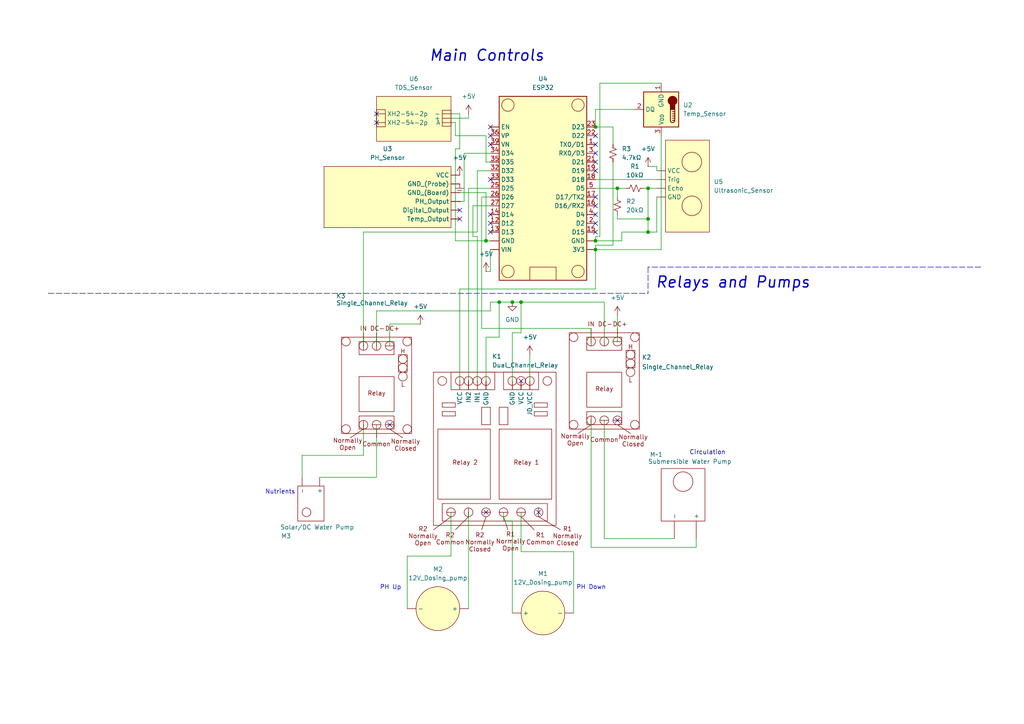
<source format=kicad_sch>
(kicad_sch (version 20250114) (generator "eeschema") (generator_version "9.0")
  (paper "A4")
  (title_block (title "Automated Hydroponics System") (date "2025-12-01") (rev "1"))
  (lib_symbols
    (symbol "12V_Dosing_Pump_1"
      (property "Reference" "M" (at -7.366 10.16 0))
      (property "Value" "12V_Dosing_pump" (at 0.254 8.128 0))
      (symbol "12V_Dosing_Pump_1_0_1"
        (circle (center 0 0) (radius 6.35) (fill (type color) (color 255 255 194 1)))
      )
      (symbol "12V_Dosing_Pump_1_1_1"
        (pin passive line (at -8.89 0 0) (length 2.54) (name "-") (number ""))
        (pin power_in line (at 8.89 0 180) (length 2.54) (name "+") (number ""))
      )
    )
    (symbol "Created_Imported:12V_Dosing_Pump"
      (property "Reference" "M" (at -7.366 10.16 0))
      (property "Value" "12V_Dosing_pump" (at 0.254 8.128 0))
      (symbol "12V_Dosing_Pump_0_1"
        (circle (center 0 0) (radius 6.35) (fill (type color) (color 255 255 194 1)))
      )
      (symbol "12V_Dosing_Pump_1_1"
        (pin passive line (at -8.89 0 0) (length 2.54) (name "-") (number ""))
        (pin power_in line (at 8.89 0 180) (length 2.54) (name "+") (number ""))
      )
    )
    (symbol "Created_Imported:Dual_Channel_Relay"
      (property "Reference" "K" (at 19.812 8.128 0))
      (property "Value" "Dual_Channel_Relay" (at 28.702 5.842 0))
      (symbol "Dual_Channel_Relay_0_1"
        (rectangle (start -17.78 11.43) (end 17.78 -33.02))
        (rectangle (start -16.51 -5.08) (end -1.27 -25.4))
        (circle (center -15.24 8.89) (radius 1.27))
        (rectangle (start -15.24 0) (end -11.43 -1.27))
        (rectangle (start -15.24 -26.67) (end 15.24 -31.75))
        (polyline (pts (xy -13.97 -29.21) (xy -11.43 -29.21)))
        (rectangle (start -12.7 11.43) (end 0 6.35))
        (circle (center -12.7 -29.21) (radius 1.27))
        (polyline (pts (xy -12.7 -30.48) (xy -17.78 -34.29)))
        (rectangle (start -11.43 2.54) (end -15.24 1.27))
        (circle (center -10.16 8.89) (radius 1.27))
        (circle (center -7.62 8.89) (radius 1.27))
        (circle (center -7.62 -29.21) (radius 1.27))
        (polyline (pts (xy -7.62 -30.48) (xy -11.43 -34.29)))
        (polyline (pts (xy -7.62 -30.48) (xy -7.62 -27.94)))
        (polyline (pts (xy -7.62 -30.48) (xy -7.62 -30.48)))
        (circle (center -5.08 8.89) (radius 1.27))
        (rectangle (start -3.81 1.27) (end -1.27 -3.81))
        (polyline (pts (xy -3.81 -29.21) (xy -1.27 -29.21)))
        (circle (center -2.54 8.89) (radius 1.27))
        (circle (center -2.54 -29.21) (radius 1.27))
        (polyline (pts (xy -2.54 -30.48) (xy -3.81 -34.29)))
        (rectangle (start 1.27 1.27) (end 3.81 -3.81))
        (rectangle (start 1.27 -5.08) (end 16.51 -25.4))
        (rectangle (start 1.27 -11.43) (end 1.27 -11.43))
        (polyline (pts (xy 1.27 -29.21) (xy 3.81 -29.21)))
        (rectangle (start 2.54 11.43) (end 12.7 6.35))
        (circle (center 2.54 -29.21) (radius 1.27))
        (polyline (pts (xy 2.54 -30.48) (xy 3.81 -34.29)))
        (circle (center 5.08 8.89) (radius 1.27))
        (polyline (pts (xy 6.35 -29.21) (xy 8.89 -29.21)))
        (circle (center 7.62 8.89) (radius 1.27))
        (circle (center 7.62 -29.21) (radius 1.27))
        (polyline (pts (xy 7.62 -30.48) (xy 11.43 -34.29)))
        (circle (center 10.16 8.89) (radius 1.27))
        (rectangle (start 11.43 2.54) (end 15.24 1.27))
        (rectangle (start 11.43 0) (end 15.24 -1.27))
        (circle (center 12.7 -29.21) (radius 1.27))
        (polyline (pts (xy 12.7 -30.48) (xy 12.7 -27.94)))
        (polyline (pts (xy 12.7 -30.48) (xy 19.05 -34.29)))
        (circle (center 15.24 8.89) (radius 1.27))
      )
      (symbol "Dual_Channel_Relay_1_1"
        (text "R2\nNormally\nOpen" (at -20.828 -36.068 0) (effects (font (size 1.27 1.27))))
        (text "R2\nCommon" (at -12.954 -36.83 0) (effects (font (size 1.27 1.27))))
        (text "Relay 2" (at -8.636 -14.732 0) (effects (font (size 1.27 1.27))))
        (text "R2\nNormally\nClosed" (at -4.318 -37.846 0) (effects (font (size 1.27 1.27))))
        (text "R1\nNormally\nOpen" (at 4.572 -37.592 0) (effects (font (size 1.27 1.27))))
        (text "Relay 1" (at 9.144 -14.732 0) (effects (font (size 1.27 1.27))))
        (text "R1\nCommon" (at 13.208 -36.83 0) (effects (font (size 1.27 1.27))))
        (text "R1\nNormally\nClosed" (at 21.082 -36.068 0) (effects (font (size 1.27 1.27))))
        (pin passive line (at -12.7 -29.21 270) (length 0) (name "") (number ""))
        (pin power_in line (at -10.16 8.89 270) (length 2.54) (name "VCC") (number ""))
        (pin input line (at -7.62 8.89 270) (length 2.54) (name "IN2") (number ""))
        (pin passive line (at -7.62 -29.21 270) (length 0) (name "") (number ""))
        (pin input line (at -5.08 8.89 270) (length 2.54) (name "IN1") (number ""))
        (pin passive line (at -2.54 8.89 270) (length 2.54) (name "GND") (number ""))
        (pin passive line (at -2.54 -29.21 270) (length 0) (name "") (number ""))
        (pin passive line (at 2.54 -29.21 270) (length 0) (name "") (number ""))
        (pin passive line (at 5.08 8.89 270) (length 2.54) (name "GND") (number ""))
        (pin power_in line (at 7.62 8.89 270) (length 2.54) (name "VCC") (number ""))
        (pin passive line (at 7.62 -29.21 270) (length 0) (name "") (number ""))
        (pin power_in line (at 10.16 8.89 270) (length 2.54) (name "JD_VCC") (number ""))
        (pin passive line (at 12.7 -29.21 270) (length 0) (name "") (number ""))
      )
    )
    (symbol "Created_Imported:ESP-Wroom-32"
      (property "Reference" "U" (at 18.542 15.494 0))
      (property "Value" "ESP32" (at 16.256 17.272 0))
      (symbol "ESP-Wroom-32_0_1"
        (rectangle (start -12.7 17.78) (end 12.7 -35.56) (stroke (width 0.254)) (fill (type background)))
        (circle (center -10.16 15.24) (radius 1.7961))
        (circle (center -10.16 -33.02) (radius 1.7961))
        (rectangle (start -3.81 -31.75) (end 3.81 -35.56))
        (circle (center 10.16 15.24) (radius 1.7961))
        (circle (center 10.16 -33.02) (radius 1.7961))
      )
      (symbol "ESP-Wroom-32_1_1"
        (pin input line (at -15.24 8.89 0) (length 2.54) (name "EN") (number ""))
        (pin input line (at -15.24 6.35 0) (length 2.54) (name "VP") (number "36"))
        (pin input line (at -15.24 3.81 0) (length 2.54) (name "VN") (number "39"))
        (pin input line (at -15.24 1.27 0) (length 2.54) (name "D34") (number "34"))
        (pin input line (at -15.24 -1.27 0) (length 2.54) (name "D35") (number "35"))
        (pin bidirectional line (at -15.24 -3.81 0) (length 2.54) (name "D32") (number "32"))
        (pin bidirectional line (at -15.24 -6.35 0) (length 2.54) (name "D33") (number "33"))
        (pin bidirectional line (at -15.24 -8.89 0) (length 2.54) (name "D25") (number "25"))
        (pin bidirectional line (at -15.24 -11.43 0) (length 2.54) (name "D26") (number "26"))
        (pin bidirectional line (at -15.24 -13.97 0) (length 2.54) (name "D27") (number "27"))
        (pin bidirectional line (at -15.24 -16.51 0) (length 2.54) (name "D14") (number "14"))
        (pin bidirectional line (at -15.24 -19.05 0) (length 2.54) (name "D12") (number "12"))
        (pin bidirectional line (at -15.24 -21.59 0) (length 2.54) (name "D13") (number "13"))
        (pin passive line (at -15.24 -24.13 0) (length 2.54) (name "GND") (number ""))
        (pin power_in line (at -15.24 -26.67 0) (length 2.54) (name "VIN") (number ""))
        (pin bidirectional line (at 15.24 8.89 180) (length 2.54) (name "D23") (number "23"))
        (pin bidirectional line (at 15.24 6.35 180) (length 2.54) (name "D22") (number "22"))
        (pin output line (at 15.24 3.81 180) (length 2.54) (name "TX0/D1") (number "1"))
        (pin input line (at 15.24 1.27 180) (length 2.54) (name "RX0/D3") (number "3"))
        (pin bidirectional line (at 15.24 -1.27 180) (length 2.54) (name "D21") (number "21"))
        (pin bidirectional line (at 15.24 -3.81 180) (length 2.54) (name "D19") (number "19"))
        (pin bidirectional line (at 15.24 -6.35 180) (length 2.54) (name "D18") (number "18"))
        (pin bidirectional line (at 15.24 -8.89 180) (length 2.54) (name "D5") (number "5"))
        (pin bidirectional line (at 15.24 -11.43 180) (length 2.54) (name "D17/TX2") (number "17"))
        (pin bidirectional line (at 15.24 -13.97 180) (length 2.54) (name "D16/RX2") (number "16"))
        (pin bidirectional line (at 15.24 -16.51 180) (length 2.54) (name "D4") (number "4"))
        (pin bidirectional line (at 15.24 -19.05 180) (length 2.54) (name "D2") (number "2"))
        (pin bidirectional line (at 15.24 -21.59 180) (length 2.54) (name "D15") (number "15"))
        (pin passive line (at 15.24 -24.13 180) (length 2.54) (name "GND") (number ""))
        (pin power_out line (at 15.24 -26.67 180) (length 2.54) (name "3V3") (number ""))
      )
    )
    (symbol "Created_Imported:PH_Sensor"
      (property "Reference" "U" (at 17.78 12.7 0))
      (property "Value" "PH_Sensor" (at 14.224 10.16 0))
      (symbol "PH_Sensor_0_1"
        (rectangle (start -17.78 8.89) (end 19.05 -8.89) (fill (type color) (color 255 255 194 1)))
      )
      (symbol "PH_Sensor_1_1"
        (pin output line (at -20.32 6.35 0) (length 2.54) (name "Temp_Output") (number ""))
        (pin output line (at -20.32 3.81 0) (length 2.54) (name "Digital_Output") (number ""))
        (pin output line (at -20.32 1.27 0) (length 2.54) (name "PH_Output") (number ""))
        (pin passive line (at -20.32 -1.27 0) (length 2.54) (name "GND_(Board)") (number ""))
        (pin passive line (at -20.32 -3.81 0) (length 2.54) (name "GND_(Probe)") (number ""))
        (pin power_in line (at -20.32 -6.35 0) (length 2.54) (name "VCC") (number ""))
      )
    )
    (symbol "Created_Imported:Single_Channel_Relay"
      (property "Reference" "K" (at 20.066 17.272 0))
      (property "Value" "Single_Channel_Relay" (at 15.748 19.558 0))
      (symbol "Single_Channel_Relay_0_1"
        (rectangle (start -10.16 8.89) (end 10.16 -19.05))
        (circle (center -8.89 7.62) (radius 1.27))
        (circle (center -8.89 -17.78) (radius 1.27))
        (rectangle (start -5.08 7.62) (end 5.08 3.81))
        (rectangle (start -5.08 -2.54) (end 5.08 -12.7))
        (rectangle (start -5.08 -13.97) (end 5.08 -17.78))
        (polyline (pts (xy -3.81 7.62) (xy -3.81 10.16)))
        (polyline (pts (xy -3.81 7.62) (xy -3.81 5.08)))
        (circle (center -3.81 6.35) (radius 1.27))
        (polyline (pts (xy -3.81 -15.24) (xy -3.81 -17.78)))
        (circle (center -3.81 -16.51) (radius 1.27))
        (polyline (pts (xy -3.81 -17.78) (xy -7.62 -20.32)))
        (polyline (pts (xy -1.27 -16.51) (xy 1.27 -16.51)))
        (polyline (pts (xy 0 7.62) (xy 0 10.16)))
        (polyline (pts (xy 0 7.62) (xy 0 5.08)))
        (circle (center 0 6.35) (radius 1.27))
        (circle (center 0 -16.51) (radius 1.27))
        (polyline (pts (xy 0 -17.78) (xy 0 -20.32)))
        (polyline (pts (xy 2.54 6.35) (xy 5.08 6.35)))
        (polyline (pts (xy 2.54 -16.51) (xy 5.08 -16.51)))
        (polyline (pts (xy 3.81 7.62) (xy 3.81 10.16)))
        (circle (center 3.81 6.35) (radius 1.27))
        (circle (center 3.81 -16.51) (radius 1.27))
        (polyline (pts (xy 3.81 -17.78) (xy 7.62 -20.32)))
        (rectangle (start 6.35 3.81) (end 8.89 -1.27))
        (circle (center 7.62 2.54) (radius 1.27))
        (circle (center 7.62 0) (radius 1.27))
        (circle (center 7.62 -2.54) (radius 1.27))
        (circle (center 8.89 7.62) (radius 1.27))
        (circle (center 8.89 -17.78) (radius 1.27))
      )
      (symbol "Single_Channel_Relay_1_1"
        (text "Normally\nOpen" (at -8.382 -22.098 0) (effects (font (size 1.27 1.27))))
        (text "IN" (at -3.81 11.43 0) (effects (font (size 1.27 1.27))))
        (text "Relay" (at 0 -7.366 0) (effects (font (size 1.27 1.27))))
        (text "Common" (at 0 -22.098 0) (effects (font (size 1.27 1.27))))
        (text "DC-" (at 0.254 11.43 0) (effects (font (size 1.27 1.27))))
        (text "DC+" (at 4.572 11.43 0) (effects (font (size 1.27 1.27))))
        (text "H" (at 7.62 4.826 0) (effects (font (size 1.27 1.27))))
        (text "L" (at 7.62 -4.826 0) (effects (font (size 1.27 1.27))))
        (text "Normally\nClosed" (at 8.382 -22.352 0) (effects (font (size 1.27 1.27))))
        (pin passive line (at -3.81 6.35 90) (length 0) (name "") (number ""))
        (pin passive line (at -3.81 -16.51 270) (length 0) (name "") (number ""))
        (pin passive line (at 0 6.35 90) (length 0) (name "") (number ""))
        (pin passive line (at 0 -16.51 270) (length 0) (name "") (number ""))
        (pin passive line (at 3.81 6.35 90) (length 0) (name "") (number ""))
        (pin passive line (at 3.81 -16.51 270) (length 0) (name "") (number ""))
      )
    )
    (symbol "Created_Imported:Solar/DC_pump"
      (property "Reference" "M" (at 5.334 4.826 0))
      (property "Value" "Solar/DC Water Pump" (at 14.986 2.794 0))
      (symbol "Solar/DC_pump_0_1"
        (rectangle (start -3.81 3.81) (end 3.81 -6.35))
        (circle (center -1.27 -3.81) (radius 1.27))
      )
      (symbol "Solar/DC_pump_1_1"
        (pin passive line (at -2.54 6.35 270) (length 2.54) (name "-") (number ""))
        (pin power_in line (at 2.54 6.35 270) (length 2.54) (name "+") (number ""))
      )
    )
    (symbol "Created_Imported:Submersible_pump"
      (property "Reference" "M~" (at 12.446 8.382 0))
      (property "Value" "Submersible Water Pump" (at 2.286 10.668 0))
      (symbol "Submersible_pump_0_1"
        (rectangle (start -6.35 6.35) (end 6.35 -8.89))
        (circle (center 0 2.54) (radius 2.8398))
      )
      (symbol "Submersible_pump_1_1"
        (pin passive line (at -2.54 -13.97 90) (length 5.08) (name "-") (number ""))
        (pin power_in line (at 3.81 -13.97 90) (length 5.08) (name "+") (number ""))
      )
    )
    (symbol "Created_Imported:TDS_Sensor"
      (property "Reference" "U" (at 10.16 7.874 0))
      (property "Value" "TDS_Sensor" (at 0.254 4.318 0))
      (symbol "TDS_Sensor_1_0"
        (pin output line (at -10.16 1.27 0) (length 2.54) (name "A") (number ""))
        (pin power_out line (at -10.16 -1.27 0) (length 2.54) (name "-") (number ""))
        (pin input line (at 11.43 1.27 180) (length 2.54) (name "XH2-54-2p") (number ""))
        (pin input line (at 11.43 -1.27 180) (length 2.54) (name "XH2-54-2p") (number ""))
      )
      (symbol "TDS_Sensor_1_1"
        (rectangle (start -10.16 6.6675) (end 11.43 -6.35) (fill (type color) (color 255 255 194 1)))
        (rectangle (start -10.16 2.3177) (end -7.62 -2.3178))
        (rectangle (start 8.89 2.4844) (end 11.43 -2.4844))
        (pin power_in line (at -10.16 0 0) (length 2.54) (name "+") (number ""))
      )
    )
    (symbol "Created_Imported:Ultrasonic_Sensor"
      (property "Reference" "U" (at 5.334 9.652 0))
      (property "Value" "Ultrasonic_Sensor" (at 9.144 7.62 0))
      (symbol "Ultrasonic_Sensor_0_1"
        (rectangle (start -12.7 6.35) (end 13.97 -6.35) (fill (type color) (color 255 255 194 1)))
        (circle (center -6.35 1.27) (radius 2.8398))
        (circle (center 6.35 1.27) (radius 2.8398))
      )
      (symbol "Ultrasonic_Sensor_1_1"
        (pin power_in line (at -3.81 -8.89 90) (length 2.54) (name "VCC") (number ""))
        (pin input line (at -1.27 -8.89 90) (length 2.54) (name "Trig") (number ""))
        (pin output line (at 1.27 -8.89 90) (length 2.54) (name "Echo") (number ""))
        (pin passive line (at 3.81 -8.89 90) (length 2.54) (name "GND") (number ""))
      )
    )
    (symbol "Device:R_Small_US" (pin_numbers (hide yes)) (pin_names (offset 0.254) (hide yes))
      (property "Reference" "R" (at 0.762 0.508 0))
      (property "Value" "R_Small_US" (at 0.762 -1.016 0))
      (symbol "R_Small_US_1_1"
        (polyline (pts (xy 0 1.524) (xy 1.016 1.143) (xy 0 0.762) (xy -1.016 0.381) (xy 0 0)))
        (polyline (pts (xy 0 0) (xy 1.016 -0.381) (xy 0 -0.762) (xy -1.016 -1.143) (xy 0 -1.524)))
        (pin passive line (at 0 2.54 270) (length 1.016) (name "~") (number "1"))
        (pin passive line (at 0 -2.54 90) (length 1.016) (name "~") (number "2"))
      )
    )
    (symbol "Sensor_Temperature:DS18B20"
      (property "Reference" "U" (at -3.81 6.35 0))
      (property "Value" "DS18B20" (at 6.35 6.35 0))
      (symbol "DS18B20_0_1"
        (rectangle (start -5.08 5.08) (end 5.08 -5.08) (stroke (width 0.254)) (fill (type background)))
        (polyline (pts (xy -3.937 3.175) (xy -3.937 0)) (stroke (width 0.254)))
        (polyline (pts (xy -3.937 3.175) (xy -3.302 3.175)) (stroke (width 0.254)))
        (polyline (pts (xy -3.937 2.54) (xy -3.302 2.54)) (stroke (width 0.254)))
        (polyline (pts (xy -3.937 1.905) (xy -3.302 1.905)) (stroke (width 0.254)))
        (polyline (pts (xy -3.937 1.27) (xy -3.302 1.27)) (stroke (width 0.254)))
        (polyline (pts (xy -3.937 0.635) (xy -3.302 0.635)) (stroke (width 0.254)))
        (arc (start -3.937 3.175) (mid -3.302 3.8073) (end -2.667 3.175) (stroke (width 0.254)))
        (circle (center -3.302 -2.54) (radius 1.27) (stroke (width 0.254)) (fill (type outline)))
        (polyline (pts (xy -2.667 3.175) (xy -2.667 0)) (stroke (width 0.254)))
        (rectangle (start -2.667 -1.905) (end -3.937 0) (stroke (width 0.254)) (fill (type outline)))
      )
      (symbol "DS18B20_1_1"
        (pin power_in line (at 0 7.62 270) (length 2.54) (name "V_{DD}") (number "3"))
        (pin power_in line (at 0 -7.62 90) (length 2.54) (name "GND") (number "1"))
        (pin bidirectional line (at 7.62 0 180) (length 2.54) (name "DQ") (number "2"))
      )
    )
    (symbol "Single_Channel_Relay_1"
      (property "Reference" "K" (at 20.066 17.272 0))
      (property "Value" "Single_Channel_Relay" (at 15.748 19.558 0))
      (symbol "Single_Channel_Relay_1_0_1"
        (rectangle (start -10.16 8.89) (end 10.16 -19.05))
        (circle (center -8.89 7.62) (radius 1.27))
        (circle (center -8.89 -17.78) (radius 1.27))
        (rectangle (start -5.08 7.62) (end 5.08 3.81))
        (rectangle (start -5.08 -2.54) (end 5.08 -12.7))
        (rectangle (start -5.08 -13.97) (end 5.08 -17.78))
        (polyline (pts (xy -3.81 7.62) (xy -3.81 10.16)))
        (polyline (pts (xy -3.81 7.62) (xy -3.81 5.08)))
        (circle (center -3.81 6.35) (radius 1.27))
        (polyline (pts (xy -3.81 -15.24) (xy -3.81 -17.78)))
        (circle (center -3.81 -16.51) (radius 1.27))
        (polyline (pts (xy -3.81 -17.78) (xy -7.62 -20.32)))
        (polyline (pts (xy -1.27 -16.51) (xy 1.27 -16.51)))
        (polyline (pts (xy 0 7.62) (xy 0 10.16)))
        (polyline (pts (xy 0 7.62) (xy 0 5.08)))
        (circle (center 0 6.35) (radius 1.27))
        (circle (center 0 -16.51) (radius 1.27))
        (polyline (pts (xy 0 -17.78) (xy 0 -20.32)))
        (polyline (pts (xy 2.54 6.35) (xy 5.08 6.35)))
        (polyline (pts (xy 2.54 -16.51) (xy 5.08 -16.51)))
        (polyline (pts (xy 3.81 7.62) (xy 3.81 10.16)))
        (circle (center 3.81 6.35) (radius 1.27))
        (circle (center 3.81 -16.51) (radius 1.27))
        (polyline (pts (xy 3.81 -17.78) (xy 7.62 -20.32)))
        (rectangle (start 6.35 3.81) (end 8.89 -1.27))
        (circle (center 7.62 2.54) (radius 1.27))
        (circle (center 7.62 0) (radius 1.27))
        (circle (center 7.62 -2.54) (radius 1.27))
        (circle (center 8.89 7.62) (radius 1.27))
        (circle (center 8.89 -17.78) (radius 1.27))
      )
      (symbol "Single_Channel_Relay_1_1_1"
        (text "Normally\nOpen" (at -8.382 -22.098 0) (effects (font (size 1.27 1.27))))
        (text "IN" (at -3.81 11.43 0) (effects (font (size 1.27 1.27))))
        (text "Relay" (at 0 -7.366 0) (effects (font (size 1.27 1.27))))
        (text "Common" (at 0 -22.098 0) (effects (font (size 1.27 1.27))))
        (text "DC-" (at 0.254 11.43 0) (effects (font (size 1.27 1.27))))
        (text "DC+" (at 4.572 11.43 0) (effects (font (size 1.27 1.27))))
        (text "H" (at 7.62 4.826 0) (effects (font (size 1.27 1.27))))
        (text "L" (at 7.62 -4.826 0) (effects (font (size 1.27 1.27))))
        (text "Normally\nClosed" (at 8.382 -22.352 0) (effects (font (size 1.27 1.27))))
        (pin passive line (at -3.81 6.35 90) (length 0) (name "") (number ""))
        (pin passive line (at -3.81 -16.51 270) (length 0) (name "") (number ""))
        (pin passive line (at 0 6.35 90) (length 0) (name "") (number ""))
        (pin passive line (at 0 -16.51 270) (length 0) (name "") (number ""))
        (pin passive line (at 3.81 6.35 90) (length 0) (name "") (number ""))
        (pin passive line (at 3.81 -16.51 270) (length 0) (name "") (number ""))
      )
    )
    (symbol "power:+5V" (power) (pin_numbers (hide yes)) (pin_names (offset 0) (hide yes))
      (property "Value" "+5V" (at 0 3.556 0))
      (symbol "+5V_0_1"
        (polyline (pts (xy -0.762 1.27) (xy 0 2.54)))
        (polyline (pts (xy 0 2.54) (xy 0.762 1.27)))
        (polyline (pts (xy 0 0) (xy 0 2.54)))
      )
      (symbol "+5V_1_1"
        (pin power_in line (at 0 0 90) (length 0) (name "~") (number "1"))
      )
    )
    (symbol "power:GND" (power) (pin_numbers (hide yes)) (pin_names (offset 0) (hide yes))
      (property "Value" "GND" (at 0 -3.81 0))
      (symbol "GND_0_1"
        (polyline (pts (xy 0 0) (xy 0 -1.27) (xy 1.27 -1.27) (xy 0 -2.54) (xy -1.27 -1.27) (xy 0 -1.27)))
      )
      (symbol "GND_1_1"
        (pin power_in line (at 0 0 270) (length 0) (name "~") (number "1"))
      )
    )
    (symbol "power:GNDREF" (power) (pin_numbers (hide yes)) (pin_names (offset 0) (hide yes))
      (property "Value" "GNDREF" (at 0 -3.81 0))
      (symbol "GNDREF_0_1"
        (polyline (pts (xy -0.635 -1.905) (xy 0.635 -1.905)))
        (polyline (pts (xy -0.127 -2.54) (xy 0.127 -2.54)))
        (polyline (pts (xy 0 -1.27) (xy 0 0)))
        (polyline (pts (xy 1.27 -1.27) (xy -1.27 -1.27)))
      )
      (symbol "GNDREF_1_1"
        (pin power_in line (at 0 0 270) (length 0) (name "~") (number "1"))
      )
    )
  )
  (text "Nutrients\n" (at 81.28 142.748 0) (effects (font (size 1.27 1.27))))
  (text "Main Controls" (at 141.224 16.256 0) (effects (font (size 3.175 3.175) (thickness 0.3969) (italic yes))))
  (text "Circulation" (at 205.232 131.318 0) (effects (font (size 1.27 1.27))))
  (text "PH Up\n" (at 113.284 170.434 0) (effects (font (size 1.27 1.27))))
  (text "Relays and Pumps" (at 212.598 82.042 0) (effects (font (size 3.175 3.175) (thickness 0.3969) (italic yes))))
  (text "PH Down" (at 171.45 170.434 0) (effects (font (size 1.27 1.27))))
  (junction (at 144.78 87.63))
  (junction (at 172.72 69.85))
  (junction (at 187.96 63.5))
  (junction (at 187.96 67.31))
  (junction (at 172.72 36.83))
  (junction (at 172.72 72.39))
  (junction (at 187.96 54.61))
  (junction (at 140.97 69.85))
  (junction (at 148.59 87.63))
  (junction (at 179.07 54.61))
  (junction (at 151.13 87.63))
  (no_connect (at 133.35 63.5))
  (no_connect (at 109.22 33.02))
  (no_connect (at 172.72 64.77))
  (no_connect (at 172.72 62.23))
  (no_connect (at 172.72 39.37))
  (no_connect (at 142.24 52.07))
  (no_connect (at 109.22 35.56))
  (no_connect (at 142.24 64.77))
  (no_connect (at 113.03 123.19))
  (no_connect (at 172.72 67.31))
  (no_connect (at 142.24 36.83))
  (no_connect (at 142.24 62.23))
  (no_connect (at 142.24 41.91))
  (no_connect (at 140.97 148.59))
  (no_connect (at 172.72 57.15))
  (no_connect (at 151.13 110.49))
  (no_connect (at 172.72 49.53))
  (no_connect (at 142.24 39.37))
  (no_connect (at 133.35 60.96))
  (no_connect (at 156.21 148.59))
  (no_connect (at 142.24 67.31))
  (no_connect (at 179.07 121.92))
  (no_connect (at 172.72 41.91))
  (no_connect (at 172.72 46.99))
  (no_connect (at 172.72 44.45))
  (no_connect (at 172.72 59.69))
  (wire (pts (xy 172.72 83.82) (xy 133.35 83.82)))
  (wire (pts (xy 151.13 96.52) (xy 151.13 87.63)))
  (wire (pts (xy 177.8 36.83) (xy 177.8 41.91)))
  (wire (pts (xy 190.5 49.53) (xy 190.5 48.26)))
  (wire (pts (xy 190.5 57.15) (xy 190.5 67.31)))
  (wire (pts (xy 140.97 110.49) (xy 140.97 97.79)))
  (wire (pts (xy 151.13 160.02) (xy 166.37 160.02)))
  (wire (pts (xy 172.72 52.07) (xy 190.5 52.07)))
  (wire (pts (xy 148.59 151.13) (xy 148.59 177.8)))
  (wire (pts (xy 187.96 67.31) (xy 180.34 67.31)))
  (wire (pts (xy 130.81 33.02) (xy 133.35 33.02)))
  (wire (pts (xy 146.05 148.59) (xy 146.05 151.13)))
  (wire (pts (xy 142.24 87.63) (xy 144.78 87.63)))
  (wire (pts (xy 190.5 48.26) (xy 187.96 48.26)))
  (wire (pts (xy 105.41 67.31) (xy 138.43 67.31)))
  (wire (pts (xy 105.41 123.19) (xy 105.41 132.08)))
  (wire (pts (xy 130.81 148.59) (xy 130.81 161.29)))
  (wire (pts (xy 172.72 72.39) (xy 172.72 83.82)))
  (wire (pts (xy 148.59 96.52) (xy 148.59 110.49)))
  (wire (pts (xy 105.41 67.31) (xy 105.41 100.33)))
  (wire (pts (xy 87.63 138.43) (xy 87.63 132.08)))
  (wire (pts (xy 175.26 87.63) (xy 151.13 87.63)))
  (wire (pts (xy 181.61 54.61) (xy 179.07 54.61)))
  (wire (pts (xy 172.72 31.75) (xy 172.72 36.83)))
  (wire (pts (xy 138.43 67.31) (xy 138.43 49.53)))
  (wire (pts (xy 140.97 78.74) (xy 142.24 78.74)))
  (wire (pts (xy 140.97 55.88) (xy 140.97 69.85)))
  (wire (pts (xy 132.08 69.85) (xy 140.97 69.85)))
  (wire (pts (xy 172.72 31.75) (xy 184.15 31.75)))
  (wire (pts (xy 138.43 49.53) (xy 142.24 49.53)))
  (wire (pts (xy 151.13 87.63) (xy 148.59 87.63)))
  (wire (pts (xy 87.63 132.08) (xy 105.41 132.08)))
  (wire (pts (xy 138.43 110.49) (xy 138.43 68.58)))
  (wire (pts (xy 179.07 62.23) (xy 179.07 63.5)))
  (wire (pts (xy 137.16 59.69) (xy 137.16 68.58)))
  (wire (pts (xy 109.22 123.19) (xy 109.22 138.43)))
  (wire (pts (xy 172.72 54.61) (xy 179.07 54.61)))
  (wire (pts (xy 140.97 97.79) (xy 144.78 97.79)))
  (wire (pts (xy 190.5 67.31) (xy 187.96 67.31)))
  (wire (pts (xy 144.78 87.63) (xy 148.59 87.63)))
  (wire (pts (xy 132.08 43.18) (xy 132.08 69.85)))
  (wire (pts (xy 133.35 83.82) (xy 133.35 110.49)))
  (wire (pts (xy 179.07 54.61) (xy 179.07 57.15)))
  (wire (pts (xy 133.35 58.42) (xy 134.62 58.42)))
  (wire (pts (xy 180.34 67.31) (xy 180.34 69.85)))
  (polyline (pts (xy 187.96 77.47) (xy 187.96 85.09)) (stroke (width 0) (type dash)))
  (wire (pts (xy 139.7 57.15) (xy 142.24 57.15)))
  (wire (pts (xy 179.07 63.5) (xy 187.96 63.5)))
  (wire (pts (xy 175.26 121.92) (xy 175.26 156.21)))
  (wire (pts (xy 148.59 151.13) (xy 146.05 151.13)))
  (wire (pts (xy 109.22 90.17) (xy 109.22 100.33)))
  (polyline (pts (xy 13.97 85.09) (xy 187.96 85.09)) (stroke (width 0) (type dash)))
  (wire (pts (xy 179.07 91.44) (xy 179.07 99.06)))
  (wire (pts (xy 153.67 102.87) (xy 153.67 110.49)))
  (wire (pts (xy 132.08 35.56) (xy 132.08 39.37)))
  (wire (pts (xy 191.77 39.37) (xy 191.77 72.39)))
  (wire (pts (xy 171.45 121.92) (xy 171.45 158.75)))
  (wire (pts (xy 92.71 138.43) (xy 109.22 138.43)))
  (wire (pts (xy 134.62 58.42) (xy 134.62 44.45)))
  (wire (pts (xy 186.69 54.61) (xy 187.96 54.61)))
  (wire (pts (xy 151.13 148.59) (xy 151.13 160.02)))
  (wire (pts (xy 172.72 68.58) (xy 172.72 69.85)))
  (wire (pts (xy 121.92 93.98) (xy 113.03 93.98)))
  (wire (pts (xy 171.45 95.25) (xy 139.7 95.25)))
  (wire (pts (xy 173.99 68.58) (xy 172.72 68.58)))
  (wire (pts (xy 171.45 99.06) (xy 171.45 95.25)))
  (wire (pts (xy 140.97 39.37) (xy 140.97 46.99)))
  (wire (pts (xy 135.89 34.29) (xy 130.81 34.29)))
  (wire (pts (xy 144.78 97.79) (xy 144.78 87.63)))
  (wire (pts (xy 133.35 55.88) (xy 140.97 55.88)))
  (wire (pts (xy 109.22 90.17) (xy 142.24 90.17)))
  (wire (pts (xy 140.97 46.99) (xy 142.24 46.99)))
  (wire (pts (xy 180.34 69.85) (xy 172.72 69.85)))
  (wire (pts (xy 134.62 44.45) (xy 142.24 44.45)))
  (wire (pts (xy 135.89 54.61) (xy 142.24 54.61)))
  (wire (pts (xy 135.89 33.02) (xy 135.89 34.29)))
  (wire (pts (xy 142.24 78.74) (xy 142.24 72.39)))
  (wire (pts (xy 191.77 24.13) (xy 173.99 24.13)))
  (wire (pts (xy 148.59 96.52) (xy 151.13 96.52)))
  (wire (pts (xy 166.37 160.02) (xy 166.37 177.8)))
  (wire (pts (xy 140.97 69.85) (xy 142.24 69.85)))
  (wire (pts (xy 171.45 158.75) (xy 201.93 158.75)))
  (wire (pts (xy 138.43 68.58) (xy 137.16 68.58)))
  (wire (pts (xy 135.89 148.59) (xy 135.89 176.53)))
  (wire (pts (xy 175.26 87.63) (xy 175.26 99.06)))
  (wire (pts (xy 187.96 54.61) (xy 187.96 63.5)))
  (wire (pts (xy 139.7 95.25) (xy 139.7 57.15)))
  (wire (pts (xy 137.16 59.69) (xy 142.24 59.69)))
  (wire (pts (xy 118.11 161.29) (xy 118.11 176.53)))
  (wire (pts (xy 113.03 93.98) (xy 113.03 100.33)))
  (wire (pts (xy 187.96 63.5) (xy 187.96 67.31)))
  (wire (pts (xy 172.72 71.12) (xy 172.72 72.39)))
  (wire (pts (xy 135.89 54.61) (xy 135.89 110.49)))
  (wire (pts (xy 173.99 24.13) (xy 173.99 68.58)))
  (wire (pts (xy 195.58 156.21) (xy 175.26 156.21)))
  (wire (pts (xy 172.72 36.83) (xy 177.8 36.83)))
  (wire (pts (xy 132.08 39.37) (xy 140.97 39.37)))
  (wire (pts (xy 142.24 90.17) (xy 142.24 87.63)))
  (wire (pts (xy 130.81 161.29) (xy 118.11 161.29)))
  (wire (pts (xy 201.93 158.75) (xy 201.93 156.21)))
  (wire (pts (xy 177.8 46.99) (xy 177.8 71.12)))
  (wire (pts (xy 191.77 72.39) (xy 172.72 72.39)))
  (wire (pts (xy 133.35 33.02) (xy 133.35 43.18)))
  (wire (pts (xy 177.8 71.12) (xy 172.72 71.12)))
  (polyline (pts (xy 284.48 77.47) (xy 187.96 77.47)) (stroke (width 0) (type dash)))
  (wire (pts (xy 187.96 54.61) (xy 190.5 54.61)))
  (wire (pts (xy 133.35 43.18) (xy 132.08 43.18)))
  (wire (pts (xy 132.08 35.56) (xy 130.81 35.56)))
  (symbol (lib_id "Created_Imported:12V_Dosing_Pump") (at 127 176.53 0) (unit 1)
    (property "Reference" "M2" (at 127 165.1 0))
    (property "Value" "12V_Dosing_pump" (at 127 167.64 0))
    (property "Description" "12V DC Dosing Pump Peristaltic Dosing Head with Connector For Arduino Aquarium Lab Analytic Diy AE1207" (effects (hide yes)))
  )
  (symbol (lib_id "Created_Imported:Single_Channel_Relay") (at 109.22 106.68 0) (unit 1)
    (property "Reference" "K3" (at 97.536 85.852 0) (effects (justify left)))
    (property "Value" "Single_Channel_Relay" (at 97.536 87.884 0) (effects (justify left)))
    (property "Description" "Single 5V relay module" (effects (hide yes)))
  )
  (symbol (lib_id "power:+5V") (at 135.89 33.02 0) (unit 1)
    (property "Reference" "#PWR015" (effects (hide yes)))
    (property "Value" "+5V" (at 135.89 27.94 0))
    (property "Description" "Power symbol creates a global label with name \"+5V\"" (effects (hide yes)))
  )
  (symbol (lib_name "Single_Channel_Relay_1") (lib_id "Created_Imported:Single_Channel_Relay") (at 175.26 105.41 0) (unit 1)
    (property "Reference" "K2" (at 186.182 103.632 0) (effects (justify left)))
    (property "Value" "Single_Channel_Relay" (at 186.182 106.426 0) (effects (justify left)))
    (property "Description" "Single 5V relay module" (effects (hide yes)))
  )
  (symbol (lib_id "Created_Imported:TDS_Sensor") (at 120.65 34.29 180) (unit 1)
    (property "Reference" "U6" (at 120.015 22.86 0))
    (property "Value" "TDS_Sensor" (at 120.015 25.4 0))
    (property "Description" "TDS Meter V1.0 - Water quality sensor; electrical conductivity - KS0429" (effects (hide yes)))
  )
  (symbol (lib_id "power:+5V") (at 179.07 91.44 0) (unit 1)
    (property "Reference" "#PWR011" (effects (hide yes)))
    (property "Value" "+5V" (at 179.07 86.36 0))
    (property "Description" "Power symbol creates a global label with name \"+5V\"" (effects (hide yes)))
  )
  (symbol (lib_id "Created_Imported:Submersible_pump") (at 198.12 142.24 0) (unit 1)
    (property "Reference" "M~1" (at 188.468 131.826 0) (effects (justify left)))
    (property "Value" "Submersible Water Pump" (at 187.96 133.858 0) (effects (justify left)))
    (property "Description" "25 W submersible water pump requiring 110 - 120V AC" (effects (hide yes)))
  )
  (symbol (lib_id "power:+5V") (at 153.67 102.87 0) (unit 1)
    (property "Reference" "#PWR06" (effects (hide yes)))
    (property "Value" "+5V" (at 153.67 97.79 0))
    (property "Description" "Power symbol creates a global label with name \"+5V\"" (effects (hide yes)))
  )
  (symbol (lib_id "Created_Imported:Ultrasonic_Sensor") (at 199.39 53.34 270) (unit 1)
    (property "Reference" "U5" (at 207.01 52.7049 90) (effects (justify left)))
    (property "Value" "Ultrasonic_Sensor" (at 207.01 55.2449 90) (effects (justify left)))
    (property "Description" "Ultrasonic sensor from Arduino kits - HCSR04" (effects (hide yes)))
  )
  (symbol (lib_id "Created_Imported:PH_Sensor") (at 113.03 57.15 180) (unit 1)
    (property "Reference" "U3" (at 112.395 43.18 0) (effects (font (thickness 0.1588))))
    (property "Value" "PH_Sensor" (at 112.395 45.72 0))
    (property "Description" "PH value detection sensor for liquid PH (0-14) - PH4502C" (effects (hide yes)))
  )
  (symbol (lib_id "power:+5V") (at 121.92 93.98 0) (unit 1)
    (property "Reference" "#PWR012" (effects (hide yes)))
    (property "Value" "+5V" (at 121.92 88.9 0))
    (property "Description" "Power symbol creates a global label with name \"+5V\"" (effects (hide yes)))
  )
  (symbol (lib_id "Sensor_Temperature:DS18B20") (at 191.77 31.75 180) (unit 1)
    (property "Reference" "U2" (at 198.12 30.4799 0) (effects (justify right)))
    (property "Value" "Temp_Sensor" (at 198.12 33.0199 0) (effects (justify right)))
    (property "Footprint" "Package_TO_SOT_THT:TO-92_Inline" (effects (hide yes)))
    (property "Datasheet" "http://datasheets.maximintegrated.com/en/ds/DS18B20.pdf" (effects (hide yes)))
    (property "Description" "Programmable Resolution 1-Wire Digital Thermometer TO-92" (effects (hide yes)))
  )
  (symbol (lib_id "power:+5V") (at 140.97 78.74 0) (unit 1)
    (property "Reference" "#PWR01" (effects (hide yes)))
    (property "Value" "+5V" (at 140.97 73.66 0))
    (property "Description" "Power symbol creates a global label with name \"+5V\"" (effects (hide yes)))
  )
  (symbol (lib_id "Device:R_Small_US") (at 184.15 54.61 270) (unit 1)
    (property "Reference" "R1" (at 184.15 48.26 90))
    (property "Value" "10kΩ" (at 184.15 50.8 90))
    (property "Description" "Resistor, small US symbol" (effects (hide yes)))
  )
  (symbol (lib_id "power:GND") (at 148.59 87.63 0) (unit 1)
    (property "Reference" "#PWR016" (effects (hide yes)))
    (property "Value" "GND" (at 148.59 92.71 0))
    (property "Description" "Power symbol creates a global label with name \"GND\" , ground" (effects (hide yes)))
  )
  (symbol (lib_id "power:+5V") (at 133.35 50.8 0) (unit 1)
    (property "Reference" "#PWR010" (effects (hide yes)))
    (property "Value" "+5V" (at 133.35 45.72 0))
    (property "Description" "Power symbol creates a global label with name \"+5V\"" (effects (hide yes)))
  )
  (symbol (lib_id "Created_Imported:Dual_Channel_Relay") (at 143.51 119.38 0) (unit 1)
    (property "Reference" "K1" (at 142.748 103.378 0) (effects (justify left)))
    (property "Value" "Dual_Channel_Relay" (at 142.748 105.918 0) (effects (justify left)))
    (property "Description" "2 Channel 5V Relay Module" (effects (hide yes)))
  )
  (symbol (lib_id "power:+5V") (at 187.96 48.26 0) (unit 1)
    (property "Reference" "#PWR08" (effects (hide yes)))
    (property "Value" "+5V" (at 187.96 43.18 0))
    (property "Description" "Power symbol creates a global label with name \"+5V\"" (effects (hide yes)))
  )
  (symbol (lib_id "Created_Imported:Solar/DC_pump") (at 90.17 144.78 0) (unit 1)
    (property "Reference" "M3" (at 81.534 155.448 0) (effects (justify left)))
    (property "Value" "Solar/DC Water Pump" (at 81.28 152.908 0) (effects (justify left)))
  )
  (symbol (lib_id "power:GNDREF") (at 133.35 53.34 0) (unit 1)
    (property "Reference" "#PWR09" (effects (hide yes)))
    (property "Value" "~" (at 133.35 58.42 0))
    (property "Description" "Power symbol creates a global label with name \"GNDREF\" , reference supply ground" (effects (hide yes)))
  )
  (symbol (lib_id "Device:R_Small_US") (at 179.07 59.69 180) (unit 1)
    (property "Reference" "R2" (at 181.61 58.4199 0) (effects (justify right)))
    (property "Value" "20kΩ" (at 181.61 60.9599 0) (effects (justify right)))
    (property "Description" "Resistor, small US symbol" (effects (hide yes)))
  )
  (symbol (lib_id "Created_Imported:ESP-Wroom-32") (at 157.48 45.72 0) (unit 1)
    (property "Reference" "U4" (at 157.48 22.86 0))
    (property "Value" "ESP32" (at 157.48 25.4 0))
    (property "Description" "ESP32 DevKit V1" (effects (hide yes)))
  )
  (symbol (lib_name "12V_Dosing_Pump_1") (lib_id "Created_Imported:12V_Dosing_Pump") (at 157.48 177.8 0) (mirror y) (unit 1)
    (property "Reference" "M1" (at 157.48 166.37 0))
    (property "Value" "12V_Dosing_pump" (at 157.48 168.91 0))
    (property "Description" "12V DC Dosing Pump Peristaltic Dosing Head with Connector For Arduino Aquarium Lab Analytic Diy AE1207" (effects (hide yes)))
  )
  (symbol (lib_id "Device:R_Small_US") (at 177.8 44.45 180) (unit 1)
    (property "Reference" "R3" (at 180.34 43.1799 0) (effects (justify right)))
    (property "Value" "4.7kΩ" (at 180.34 45.7199 0) (effects (justify right)))
    (property "Description" "Resistor, small US symbol" (effects (hide yes)))
  )
)
</source>
